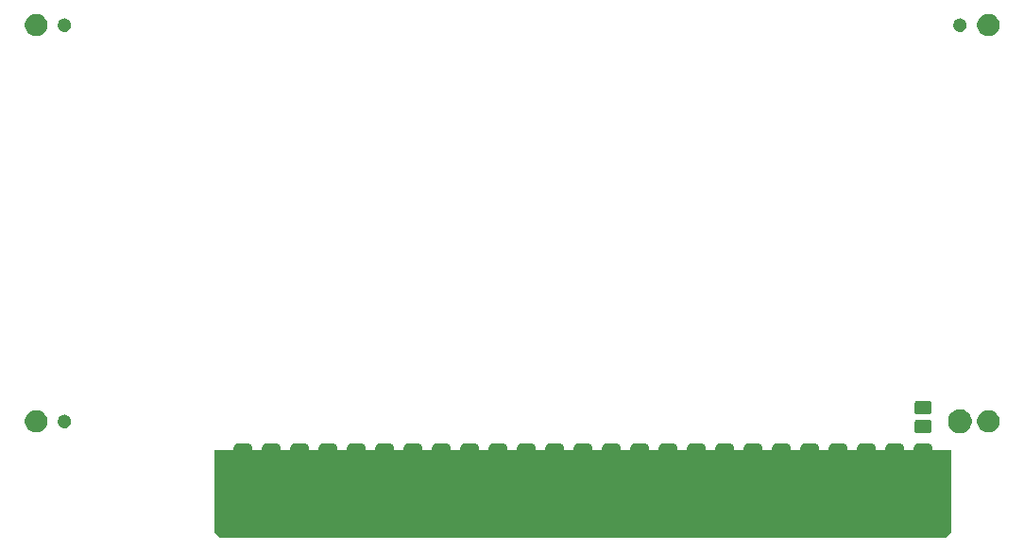
<source format=gts>
G04 #@! TF.GenerationSoftware,KiCad,Pcbnew,(5.1.2-1)-1*
G04 #@! TF.CreationDate,2019-07-21T10:06:24-04:00*
G04 #@! TF.ProjectId,BUSJUMP,4255534a-554d-4502-9e6b-696361645f70,rev?*
G04 #@! TF.SameCoordinates,Original*
G04 #@! TF.FileFunction,Soldermask,Top*
G04 #@! TF.FilePolarity,Negative*
%FSLAX46Y46*%
G04 Gerber Fmt 4.6, Leading zero omitted, Abs format (unit mm)*
G04 Created by KiCad (PCBNEW (5.1.2-1)-1) date 2019-07-21 10:06:24*
%MOMM*%
%LPD*%
G04 APERTURE LIST*
%ADD10C,0.100000*%
G04 APERTURE END LIST*
D10*
G36*
X114300000Y-139446000D02*
G01*
X113792000Y-139954000D01*
X48768000Y-139954000D01*
X48260000Y-139446000D01*
X48260000Y-132080000D01*
X114300000Y-132080000D01*
X114300000Y-139446000D01*
G37*
G36*
X112286355Y-131543544D02*
G01*
X112358967Y-131565570D01*
X112425881Y-131601336D01*
X112484531Y-131649469D01*
X112532664Y-131708119D01*
X112568430Y-131775033D01*
X112590456Y-131847645D01*
X112598200Y-131926267D01*
X112598200Y-138837733D01*
X112590456Y-138916355D01*
X112568430Y-138988967D01*
X112532664Y-139055881D01*
X112484531Y-139114531D01*
X112425881Y-139162664D01*
X112358967Y-139198430D01*
X112286355Y-139220456D01*
X112207733Y-139228200D01*
X111312267Y-139228200D01*
X111233645Y-139220456D01*
X111161033Y-139198430D01*
X111094119Y-139162664D01*
X111035469Y-139114531D01*
X110987336Y-139055881D01*
X110951570Y-138988967D01*
X110929544Y-138916355D01*
X110921800Y-138837733D01*
X110921800Y-131926267D01*
X110929544Y-131847645D01*
X110951570Y-131775033D01*
X110987336Y-131708119D01*
X111035469Y-131649469D01*
X111094119Y-131601336D01*
X111161033Y-131565570D01*
X111233645Y-131543544D01*
X111312267Y-131535800D01*
X112207733Y-131535800D01*
X112286355Y-131543544D01*
X112286355Y-131543544D01*
G37*
G36*
X109746355Y-131543544D02*
G01*
X109818967Y-131565570D01*
X109885881Y-131601336D01*
X109944531Y-131649469D01*
X109992664Y-131708119D01*
X110028430Y-131775033D01*
X110050456Y-131847645D01*
X110058200Y-131926267D01*
X110058200Y-138837733D01*
X110050456Y-138916355D01*
X110028430Y-138988967D01*
X109992664Y-139055881D01*
X109944531Y-139114531D01*
X109885881Y-139162664D01*
X109818967Y-139198430D01*
X109746355Y-139220456D01*
X109667733Y-139228200D01*
X108772267Y-139228200D01*
X108693645Y-139220456D01*
X108621033Y-139198430D01*
X108554119Y-139162664D01*
X108495469Y-139114531D01*
X108447336Y-139055881D01*
X108411570Y-138988967D01*
X108389544Y-138916355D01*
X108381800Y-138837733D01*
X108381800Y-131926267D01*
X108389544Y-131847645D01*
X108411570Y-131775033D01*
X108447336Y-131708119D01*
X108495469Y-131649469D01*
X108554119Y-131601336D01*
X108621033Y-131565570D01*
X108693645Y-131543544D01*
X108772267Y-131535800D01*
X109667733Y-131535800D01*
X109746355Y-131543544D01*
X109746355Y-131543544D01*
G37*
G36*
X107206355Y-131543544D02*
G01*
X107278967Y-131565570D01*
X107345881Y-131601336D01*
X107404531Y-131649469D01*
X107452664Y-131708119D01*
X107488430Y-131775033D01*
X107510456Y-131847645D01*
X107518200Y-131926267D01*
X107518200Y-138837733D01*
X107510456Y-138916355D01*
X107488430Y-138988967D01*
X107452664Y-139055881D01*
X107404531Y-139114531D01*
X107345881Y-139162664D01*
X107278967Y-139198430D01*
X107206355Y-139220456D01*
X107127733Y-139228200D01*
X106232267Y-139228200D01*
X106153645Y-139220456D01*
X106081033Y-139198430D01*
X106014119Y-139162664D01*
X105955469Y-139114531D01*
X105907336Y-139055881D01*
X105871570Y-138988967D01*
X105849544Y-138916355D01*
X105841800Y-138837733D01*
X105841800Y-131926267D01*
X105849544Y-131847645D01*
X105871570Y-131775033D01*
X105907336Y-131708119D01*
X105955469Y-131649469D01*
X106014119Y-131601336D01*
X106081033Y-131565570D01*
X106153645Y-131543544D01*
X106232267Y-131535800D01*
X107127733Y-131535800D01*
X107206355Y-131543544D01*
X107206355Y-131543544D01*
G37*
G36*
X104666355Y-131543544D02*
G01*
X104738967Y-131565570D01*
X104805881Y-131601336D01*
X104864531Y-131649469D01*
X104912664Y-131708119D01*
X104948430Y-131775033D01*
X104970456Y-131847645D01*
X104978200Y-131926267D01*
X104978200Y-138837733D01*
X104970456Y-138916355D01*
X104948430Y-138988967D01*
X104912664Y-139055881D01*
X104864531Y-139114531D01*
X104805881Y-139162664D01*
X104738967Y-139198430D01*
X104666355Y-139220456D01*
X104587733Y-139228200D01*
X103692267Y-139228200D01*
X103613645Y-139220456D01*
X103541033Y-139198430D01*
X103474119Y-139162664D01*
X103415469Y-139114531D01*
X103367336Y-139055881D01*
X103331570Y-138988967D01*
X103309544Y-138916355D01*
X103301800Y-138837733D01*
X103301800Y-131926267D01*
X103309544Y-131847645D01*
X103331570Y-131775033D01*
X103367336Y-131708119D01*
X103415469Y-131649469D01*
X103474119Y-131601336D01*
X103541033Y-131565570D01*
X103613645Y-131543544D01*
X103692267Y-131535800D01*
X104587733Y-131535800D01*
X104666355Y-131543544D01*
X104666355Y-131543544D01*
G37*
G36*
X102126355Y-131543544D02*
G01*
X102198967Y-131565570D01*
X102265881Y-131601336D01*
X102324531Y-131649469D01*
X102372664Y-131708119D01*
X102408430Y-131775033D01*
X102430456Y-131847645D01*
X102438200Y-131926267D01*
X102438200Y-138837733D01*
X102430456Y-138916355D01*
X102408430Y-138988967D01*
X102372664Y-139055881D01*
X102324531Y-139114531D01*
X102265881Y-139162664D01*
X102198967Y-139198430D01*
X102126355Y-139220456D01*
X102047733Y-139228200D01*
X101152267Y-139228200D01*
X101073645Y-139220456D01*
X101001033Y-139198430D01*
X100934119Y-139162664D01*
X100875469Y-139114531D01*
X100827336Y-139055881D01*
X100791570Y-138988967D01*
X100769544Y-138916355D01*
X100761800Y-138837733D01*
X100761800Y-131926267D01*
X100769544Y-131847645D01*
X100791570Y-131775033D01*
X100827336Y-131708119D01*
X100875469Y-131649469D01*
X100934119Y-131601336D01*
X101001033Y-131565570D01*
X101073645Y-131543544D01*
X101152267Y-131535800D01*
X102047733Y-131535800D01*
X102126355Y-131543544D01*
X102126355Y-131543544D01*
G37*
G36*
X99586355Y-131543544D02*
G01*
X99658967Y-131565570D01*
X99725881Y-131601336D01*
X99784531Y-131649469D01*
X99832664Y-131708119D01*
X99868430Y-131775033D01*
X99890456Y-131847645D01*
X99898200Y-131926267D01*
X99898200Y-138837733D01*
X99890456Y-138916355D01*
X99868430Y-138988967D01*
X99832664Y-139055881D01*
X99784531Y-139114531D01*
X99725881Y-139162664D01*
X99658967Y-139198430D01*
X99586355Y-139220456D01*
X99507733Y-139228200D01*
X98612267Y-139228200D01*
X98533645Y-139220456D01*
X98461033Y-139198430D01*
X98394119Y-139162664D01*
X98335469Y-139114531D01*
X98287336Y-139055881D01*
X98251570Y-138988967D01*
X98229544Y-138916355D01*
X98221800Y-138837733D01*
X98221800Y-131926267D01*
X98229544Y-131847645D01*
X98251570Y-131775033D01*
X98287336Y-131708119D01*
X98335469Y-131649469D01*
X98394119Y-131601336D01*
X98461033Y-131565570D01*
X98533645Y-131543544D01*
X98612267Y-131535800D01*
X99507733Y-131535800D01*
X99586355Y-131543544D01*
X99586355Y-131543544D01*
G37*
G36*
X97046355Y-131543544D02*
G01*
X97118967Y-131565570D01*
X97185881Y-131601336D01*
X97244531Y-131649469D01*
X97292664Y-131708119D01*
X97328430Y-131775033D01*
X97350456Y-131847645D01*
X97358200Y-131926267D01*
X97358200Y-138837733D01*
X97350456Y-138916355D01*
X97328430Y-138988967D01*
X97292664Y-139055881D01*
X97244531Y-139114531D01*
X97185881Y-139162664D01*
X97118967Y-139198430D01*
X97046355Y-139220456D01*
X96967733Y-139228200D01*
X96072267Y-139228200D01*
X95993645Y-139220456D01*
X95921033Y-139198430D01*
X95854119Y-139162664D01*
X95795469Y-139114531D01*
X95747336Y-139055881D01*
X95711570Y-138988967D01*
X95689544Y-138916355D01*
X95681800Y-138837733D01*
X95681800Y-131926267D01*
X95689544Y-131847645D01*
X95711570Y-131775033D01*
X95747336Y-131708119D01*
X95795469Y-131649469D01*
X95854119Y-131601336D01*
X95921033Y-131565570D01*
X95993645Y-131543544D01*
X96072267Y-131535800D01*
X96967733Y-131535800D01*
X97046355Y-131543544D01*
X97046355Y-131543544D01*
G37*
G36*
X94506355Y-131543544D02*
G01*
X94578967Y-131565570D01*
X94645881Y-131601336D01*
X94704531Y-131649469D01*
X94752664Y-131708119D01*
X94788430Y-131775033D01*
X94810456Y-131847645D01*
X94818200Y-131926267D01*
X94818200Y-138837733D01*
X94810456Y-138916355D01*
X94788430Y-138988967D01*
X94752664Y-139055881D01*
X94704531Y-139114531D01*
X94645881Y-139162664D01*
X94578967Y-139198430D01*
X94506355Y-139220456D01*
X94427733Y-139228200D01*
X93532267Y-139228200D01*
X93453645Y-139220456D01*
X93381033Y-139198430D01*
X93314119Y-139162664D01*
X93255469Y-139114531D01*
X93207336Y-139055881D01*
X93171570Y-138988967D01*
X93149544Y-138916355D01*
X93141800Y-138837733D01*
X93141800Y-131926267D01*
X93149544Y-131847645D01*
X93171570Y-131775033D01*
X93207336Y-131708119D01*
X93255469Y-131649469D01*
X93314119Y-131601336D01*
X93381033Y-131565570D01*
X93453645Y-131543544D01*
X93532267Y-131535800D01*
X94427733Y-131535800D01*
X94506355Y-131543544D01*
X94506355Y-131543544D01*
G37*
G36*
X91966355Y-131543544D02*
G01*
X92038967Y-131565570D01*
X92105881Y-131601336D01*
X92164531Y-131649469D01*
X92212664Y-131708119D01*
X92248430Y-131775033D01*
X92270456Y-131847645D01*
X92278200Y-131926267D01*
X92278200Y-138837733D01*
X92270456Y-138916355D01*
X92248430Y-138988967D01*
X92212664Y-139055881D01*
X92164531Y-139114531D01*
X92105881Y-139162664D01*
X92038967Y-139198430D01*
X91966355Y-139220456D01*
X91887733Y-139228200D01*
X90992267Y-139228200D01*
X90913645Y-139220456D01*
X90841033Y-139198430D01*
X90774119Y-139162664D01*
X90715469Y-139114531D01*
X90667336Y-139055881D01*
X90631570Y-138988967D01*
X90609544Y-138916355D01*
X90601800Y-138837733D01*
X90601800Y-131926267D01*
X90609544Y-131847645D01*
X90631570Y-131775033D01*
X90667336Y-131708119D01*
X90715469Y-131649469D01*
X90774119Y-131601336D01*
X90841033Y-131565570D01*
X90913645Y-131543544D01*
X90992267Y-131535800D01*
X91887733Y-131535800D01*
X91966355Y-131543544D01*
X91966355Y-131543544D01*
G37*
G36*
X89426355Y-131543544D02*
G01*
X89498967Y-131565570D01*
X89565881Y-131601336D01*
X89624531Y-131649469D01*
X89672664Y-131708119D01*
X89708430Y-131775033D01*
X89730456Y-131847645D01*
X89738200Y-131926267D01*
X89738200Y-138837733D01*
X89730456Y-138916355D01*
X89708430Y-138988967D01*
X89672664Y-139055881D01*
X89624531Y-139114531D01*
X89565881Y-139162664D01*
X89498967Y-139198430D01*
X89426355Y-139220456D01*
X89347733Y-139228200D01*
X88452267Y-139228200D01*
X88373645Y-139220456D01*
X88301033Y-139198430D01*
X88234119Y-139162664D01*
X88175469Y-139114531D01*
X88127336Y-139055881D01*
X88091570Y-138988967D01*
X88069544Y-138916355D01*
X88061800Y-138837733D01*
X88061800Y-131926267D01*
X88069544Y-131847645D01*
X88091570Y-131775033D01*
X88127336Y-131708119D01*
X88175469Y-131649469D01*
X88234119Y-131601336D01*
X88301033Y-131565570D01*
X88373645Y-131543544D01*
X88452267Y-131535800D01*
X89347733Y-131535800D01*
X89426355Y-131543544D01*
X89426355Y-131543544D01*
G37*
G36*
X86886355Y-131543544D02*
G01*
X86958967Y-131565570D01*
X87025881Y-131601336D01*
X87084531Y-131649469D01*
X87132664Y-131708119D01*
X87168430Y-131775033D01*
X87190456Y-131847645D01*
X87198200Y-131926267D01*
X87198200Y-138837733D01*
X87190456Y-138916355D01*
X87168430Y-138988967D01*
X87132664Y-139055881D01*
X87084531Y-139114531D01*
X87025881Y-139162664D01*
X86958967Y-139198430D01*
X86886355Y-139220456D01*
X86807733Y-139228200D01*
X85912267Y-139228200D01*
X85833645Y-139220456D01*
X85761033Y-139198430D01*
X85694119Y-139162664D01*
X85635469Y-139114531D01*
X85587336Y-139055881D01*
X85551570Y-138988967D01*
X85529544Y-138916355D01*
X85521800Y-138837733D01*
X85521800Y-131926267D01*
X85529544Y-131847645D01*
X85551570Y-131775033D01*
X85587336Y-131708119D01*
X85635469Y-131649469D01*
X85694119Y-131601336D01*
X85761033Y-131565570D01*
X85833645Y-131543544D01*
X85912267Y-131535800D01*
X86807733Y-131535800D01*
X86886355Y-131543544D01*
X86886355Y-131543544D01*
G37*
G36*
X84346355Y-131543544D02*
G01*
X84418967Y-131565570D01*
X84485881Y-131601336D01*
X84544531Y-131649469D01*
X84592664Y-131708119D01*
X84628430Y-131775033D01*
X84650456Y-131847645D01*
X84658200Y-131926267D01*
X84658200Y-138837733D01*
X84650456Y-138916355D01*
X84628430Y-138988967D01*
X84592664Y-139055881D01*
X84544531Y-139114531D01*
X84485881Y-139162664D01*
X84418967Y-139198430D01*
X84346355Y-139220456D01*
X84267733Y-139228200D01*
X83372267Y-139228200D01*
X83293645Y-139220456D01*
X83221033Y-139198430D01*
X83154119Y-139162664D01*
X83095469Y-139114531D01*
X83047336Y-139055881D01*
X83011570Y-138988967D01*
X82989544Y-138916355D01*
X82981800Y-138837733D01*
X82981800Y-131926267D01*
X82989544Y-131847645D01*
X83011570Y-131775033D01*
X83047336Y-131708119D01*
X83095469Y-131649469D01*
X83154119Y-131601336D01*
X83221033Y-131565570D01*
X83293645Y-131543544D01*
X83372267Y-131535800D01*
X84267733Y-131535800D01*
X84346355Y-131543544D01*
X84346355Y-131543544D01*
G37*
G36*
X81806355Y-131543544D02*
G01*
X81878967Y-131565570D01*
X81945881Y-131601336D01*
X82004531Y-131649469D01*
X82052664Y-131708119D01*
X82088430Y-131775033D01*
X82110456Y-131847645D01*
X82118200Y-131926267D01*
X82118200Y-138837733D01*
X82110456Y-138916355D01*
X82088430Y-138988967D01*
X82052664Y-139055881D01*
X82004531Y-139114531D01*
X81945881Y-139162664D01*
X81878967Y-139198430D01*
X81806355Y-139220456D01*
X81727733Y-139228200D01*
X80832267Y-139228200D01*
X80753645Y-139220456D01*
X80681033Y-139198430D01*
X80614119Y-139162664D01*
X80555469Y-139114531D01*
X80507336Y-139055881D01*
X80471570Y-138988967D01*
X80449544Y-138916355D01*
X80441800Y-138837733D01*
X80441800Y-131926267D01*
X80449544Y-131847645D01*
X80471570Y-131775033D01*
X80507336Y-131708119D01*
X80555469Y-131649469D01*
X80614119Y-131601336D01*
X80681033Y-131565570D01*
X80753645Y-131543544D01*
X80832267Y-131535800D01*
X81727733Y-131535800D01*
X81806355Y-131543544D01*
X81806355Y-131543544D01*
G37*
G36*
X79266355Y-131543544D02*
G01*
X79338967Y-131565570D01*
X79405881Y-131601336D01*
X79464531Y-131649469D01*
X79512664Y-131708119D01*
X79548430Y-131775033D01*
X79570456Y-131847645D01*
X79578200Y-131926267D01*
X79578200Y-138837733D01*
X79570456Y-138916355D01*
X79548430Y-138988967D01*
X79512664Y-139055881D01*
X79464531Y-139114531D01*
X79405881Y-139162664D01*
X79338967Y-139198430D01*
X79266355Y-139220456D01*
X79187733Y-139228200D01*
X78292267Y-139228200D01*
X78213645Y-139220456D01*
X78141033Y-139198430D01*
X78074119Y-139162664D01*
X78015469Y-139114531D01*
X77967336Y-139055881D01*
X77931570Y-138988967D01*
X77909544Y-138916355D01*
X77901800Y-138837733D01*
X77901800Y-131926267D01*
X77909544Y-131847645D01*
X77931570Y-131775033D01*
X77967336Y-131708119D01*
X78015469Y-131649469D01*
X78074119Y-131601336D01*
X78141033Y-131565570D01*
X78213645Y-131543544D01*
X78292267Y-131535800D01*
X79187733Y-131535800D01*
X79266355Y-131543544D01*
X79266355Y-131543544D01*
G37*
G36*
X76726355Y-131543544D02*
G01*
X76798967Y-131565570D01*
X76865881Y-131601336D01*
X76924531Y-131649469D01*
X76972664Y-131708119D01*
X77008430Y-131775033D01*
X77030456Y-131847645D01*
X77038200Y-131926267D01*
X77038200Y-138837733D01*
X77030456Y-138916355D01*
X77008430Y-138988967D01*
X76972664Y-139055881D01*
X76924531Y-139114531D01*
X76865881Y-139162664D01*
X76798967Y-139198430D01*
X76726355Y-139220456D01*
X76647733Y-139228200D01*
X75752267Y-139228200D01*
X75673645Y-139220456D01*
X75601033Y-139198430D01*
X75534119Y-139162664D01*
X75475469Y-139114531D01*
X75427336Y-139055881D01*
X75391570Y-138988967D01*
X75369544Y-138916355D01*
X75361800Y-138837733D01*
X75361800Y-131926267D01*
X75369544Y-131847645D01*
X75391570Y-131775033D01*
X75427336Y-131708119D01*
X75475469Y-131649469D01*
X75534119Y-131601336D01*
X75601033Y-131565570D01*
X75673645Y-131543544D01*
X75752267Y-131535800D01*
X76647733Y-131535800D01*
X76726355Y-131543544D01*
X76726355Y-131543544D01*
G37*
G36*
X74186355Y-131543544D02*
G01*
X74258967Y-131565570D01*
X74325881Y-131601336D01*
X74384531Y-131649469D01*
X74432664Y-131708119D01*
X74468430Y-131775033D01*
X74490456Y-131847645D01*
X74498200Y-131926267D01*
X74498200Y-138837733D01*
X74490456Y-138916355D01*
X74468430Y-138988967D01*
X74432664Y-139055881D01*
X74384531Y-139114531D01*
X74325881Y-139162664D01*
X74258967Y-139198430D01*
X74186355Y-139220456D01*
X74107733Y-139228200D01*
X73212267Y-139228200D01*
X73133645Y-139220456D01*
X73061033Y-139198430D01*
X72994119Y-139162664D01*
X72935469Y-139114531D01*
X72887336Y-139055881D01*
X72851570Y-138988967D01*
X72829544Y-138916355D01*
X72821800Y-138837733D01*
X72821800Y-131926267D01*
X72829544Y-131847645D01*
X72851570Y-131775033D01*
X72887336Y-131708119D01*
X72935469Y-131649469D01*
X72994119Y-131601336D01*
X73061033Y-131565570D01*
X73133645Y-131543544D01*
X73212267Y-131535800D01*
X74107733Y-131535800D01*
X74186355Y-131543544D01*
X74186355Y-131543544D01*
G37*
G36*
X71646355Y-131543544D02*
G01*
X71718967Y-131565570D01*
X71785881Y-131601336D01*
X71844531Y-131649469D01*
X71892664Y-131708119D01*
X71928430Y-131775033D01*
X71950456Y-131847645D01*
X71958200Y-131926267D01*
X71958200Y-138837733D01*
X71950456Y-138916355D01*
X71928430Y-138988967D01*
X71892664Y-139055881D01*
X71844531Y-139114531D01*
X71785881Y-139162664D01*
X71718967Y-139198430D01*
X71646355Y-139220456D01*
X71567733Y-139228200D01*
X70672267Y-139228200D01*
X70593645Y-139220456D01*
X70521033Y-139198430D01*
X70454119Y-139162664D01*
X70395469Y-139114531D01*
X70347336Y-139055881D01*
X70311570Y-138988967D01*
X70289544Y-138916355D01*
X70281800Y-138837733D01*
X70281800Y-131926267D01*
X70289544Y-131847645D01*
X70311570Y-131775033D01*
X70347336Y-131708119D01*
X70395469Y-131649469D01*
X70454119Y-131601336D01*
X70521033Y-131565570D01*
X70593645Y-131543544D01*
X70672267Y-131535800D01*
X71567733Y-131535800D01*
X71646355Y-131543544D01*
X71646355Y-131543544D01*
G37*
G36*
X69106355Y-131543544D02*
G01*
X69178967Y-131565570D01*
X69245881Y-131601336D01*
X69304531Y-131649469D01*
X69352664Y-131708119D01*
X69388430Y-131775033D01*
X69410456Y-131847645D01*
X69418200Y-131926267D01*
X69418200Y-138837733D01*
X69410456Y-138916355D01*
X69388430Y-138988967D01*
X69352664Y-139055881D01*
X69304531Y-139114531D01*
X69245881Y-139162664D01*
X69178967Y-139198430D01*
X69106355Y-139220456D01*
X69027733Y-139228200D01*
X68132267Y-139228200D01*
X68053645Y-139220456D01*
X67981033Y-139198430D01*
X67914119Y-139162664D01*
X67855469Y-139114531D01*
X67807336Y-139055881D01*
X67771570Y-138988967D01*
X67749544Y-138916355D01*
X67741800Y-138837733D01*
X67741800Y-131926267D01*
X67749544Y-131847645D01*
X67771570Y-131775033D01*
X67807336Y-131708119D01*
X67855469Y-131649469D01*
X67914119Y-131601336D01*
X67981033Y-131565570D01*
X68053645Y-131543544D01*
X68132267Y-131535800D01*
X69027733Y-131535800D01*
X69106355Y-131543544D01*
X69106355Y-131543544D01*
G37*
G36*
X66566355Y-131543544D02*
G01*
X66638967Y-131565570D01*
X66705881Y-131601336D01*
X66764531Y-131649469D01*
X66812664Y-131708119D01*
X66848430Y-131775033D01*
X66870456Y-131847645D01*
X66878200Y-131926267D01*
X66878200Y-138837733D01*
X66870456Y-138916355D01*
X66848430Y-138988967D01*
X66812664Y-139055881D01*
X66764531Y-139114531D01*
X66705881Y-139162664D01*
X66638967Y-139198430D01*
X66566355Y-139220456D01*
X66487733Y-139228200D01*
X65592267Y-139228200D01*
X65513645Y-139220456D01*
X65441033Y-139198430D01*
X65374119Y-139162664D01*
X65315469Y-139114531D01*
X65267336Y-139055881D01*
X65231570Y-138988967D01*
X65209544Y-138916355D01*
X65201800Y-138837733D01*
X65201800Y-131926267D01*
X65209544Y-131847645D01*
X65231570Y-131775033D01*
X65267336Y-131708119D01*
X65315469Y-131649469D01*
X65374119Y-131601336D01*
X65441033Y-131565570D01*
X65513645Y-131543544D01*
X65592267Y-131535800D01*
X66487733Y-131535800D01*
X66566355Y-131543544D01*
X66566355Y-131543544D01*
G37*
G36*
X64026355Y-131543544D02*
G01*
X64098967Y-131565570D01*
X64165881Y-131601336D01*
X64224531Y-131649469D01*
X64272664Y-131708119D01*
X64308430Y-131775033D01*
X64330456Y-131847645D01*
X64338200Y-131926267D01*
X64338200Y-138837733D01*
X64330456Y-138916355D01*
X64308430Y-138988967D01*
X64272664Y-139055881D01*
X64224531Y-139114531D01*
X64165881Y-139162664D01*
X64098967Y-139198430D01*
X64026355Y-139220456D01*
X63947733Y-139228200D01*
X63052267Y-139228200D01*
X62973645Y-139220456D01*
X62901033Y-139198430D01*
X62834119Y-139162664D01*
X62775469Y-139114531D01*
X62727336Y-139055881D01*
X62691570Y-138988967D01*
X62669544Y-138916355D01*
X62661800Y-138837733D01*
X62661800Y-131926267D01*
X62669544Y-131847645D01*
X62691570Y-131775033D01*
X62727336Y-131708119D01*
X62775469Y-131649469D01*
X62834119Y-131601336D01*
X62901033Y-131565570D01*
X62973645Y-131543544D01*
X63052267Y-131535800D01*
X63947733Y-131535800D01*
X64026355Y-131543544D01*
X64026355Y-131543544D01*
G37*
G36*
X61486355Y-131543544D02*
G01*
X61558967Y-131565570D01*
X61625881Y-131601336D01*
X61684531Y-131649469D01*
X61732664Y-131708119D01*
X61768430Y-131775033D01*
X61790456Y-131847645D01*
X61798200Y-131926267D01*
X61798200Y-138837733D01*
X61790456Y-138916355D01*
X61768430Y-138988967D01*
X61732664Y-139055881D01*
X61684531Y-139114531D01*
X61625881Y-139162664D01*
X61558967Y-139198430D01*
X61486355Y-139220456D01*
X61407733Y-139228200D01*
X60512267Y-139228200D01*
X60433645Y-139220456D01*
X60361033Y-139198430D01*
X60294119Y-139162664D01*
X60235469Y-139114531D01*
X60187336Y-139055881D01*
X60151570Y-138988967D01*
X60129544Y-138916355D01*
X60121800Y-138837733D01*
X60121800Y-131926267D01*
X60129544Y-131847645D01*
X60151570Y-131775033D01*
X60187336Y-131708119D01*
X60235469Y-131649469D01*
X60294119Y-131601336D01*
X60361033Y-131565570D01*
X60433645Y-131543544D01*
X60512267Y-131535800D01*
X61407733Y-131535800D01*
X61486355Y-131543544D01*
X61486355Y-131543544D01*
G37*
G36*
X58946355Y-131543544D02*
G01*
X59018967Y-131565570D01*
X59085881Y-131601336D01*
X59144531Y-131649469D01*
X59192664Y-131708119D01*
X59228430Y-131775033D01*
X59250456Y-131847645D01*
X59258200Y-131926267D01*
X59258200Y-138837733D01*
X59250456Y-138916355D01*
X59228430Y-138988967D01*
X59192664Y-139055881D01*
X59144531Y-139114531D01*
X59085881Y-139162664D01*
X59018967Y-139198430D01*
X58946355Y-139220456D01*
X58867733Y-139228200D01*
X57972267Y-139228200D01*
X57893645Y-139220456D01*
X57821033Y-139198430D01*
X57754119Y-139162664D01*
X57695469Y-139114531D01*
X57647336Y-139055881D01*
X57611570Y-138988967D01*
X57589544Y-138916355D01*
X57581800Y-138837733D01*
X57581800Y-131926267D01*
X57589544Y-131847645D01*
X57611570Y-131775033D01*
X57647336Y-131708119D01*
X57695469Y-131649469D01*
X57754119Y-131601336D01*
X57821033Y-131565570D01*
X57893645Y-131543544D01*
X57972267Y-131535800D01*
X58867733Y-131535800D01*
X58946355Y-131543544D01*
X58946355Y-131543544D01*
G37*
G36*
X56406355Y-131543544D02*
G01*
X56478967Y-131565570D01*
X56545881Y-131601336D01*
X56604531Y-131649469D01*
X56652664Y-131708119D01*
X56688430Y-131775033D01*
X56710456Y-131847645D01*
X56718200Y-131926267D01*
X56718200Y-138837733D01*
X56710456Y-138916355D01*
X56688430Y-138988967D01*
X56652664Y-139055881D01*
X56604531Y-139114531D01*
X56545881Y-139162664D01*
X56478967Y-139198430D01*
X56406355Y-139220456D01*
X56327733Y-139228200D01*
X55432267Y-139228200D01*
X55353645Y-139220456D01*
X55281033Y-139198430D01*
X55214119Y-139162664D01*
X55155469Y-139114531D01*
X55107336Y-139055881D01*
X55071570Y-138988967D01*
X55049544Y-138916355D01*
X55041800Y-138837733D01*
X55041800Y-131926267D01*
X55049544Y-131847645D01*
X55071570Y-131775033D01*
X55107336Y-131708119D01*
X55155469Y-131649469D01*
X55214119Y-131601336D01*
X55281033Y-131565570D01*
X55353645Y-131543544D01*
X55432267Y-131535800D01*
X56327733Y-131535800D01*
X56406355Y-131543544D01*
X56406355Y-131543544D01*
G37*
G36*
X53866355Y-131543544D02*
G01*
X53938967Y-131565570D01*
X54005881Y-131601336D01*
X54064531Y-131649469D01*
X54112664Y-131708119D01*
X54148430Y-131775033D01*
X54170456Y-131847645D01*
X54178200Y-131926267D01*
X54178200Y-138837733D01*
X54170456Y-138916355D01*
X54148430Y-138988967D01*
X54112664Y-139055881D01*
X54064531Y-139114531D01*
X54005881Y-139162664D01*
X53938967Y-139198430D01*
X53866355Y-139220456D01*
X53787733Y-139228200D01*
X52892267Y-139228200D01*
X52813645Y-139220456D01*
X52741033Y-139198430D01*
X52674119Y-139162664D01*
X52615469Y-139114531D01*
X52567336Y-139055881D01*
X52531570Y-138988967D01*
X52509544Y-138916355D01*
X52501800Y-138837733D01*
X52501800Y-131926267D01*
X52509544Y-131847645D01*
X52531570Y-131775033D01*
X52567336Y-131708119D01*
X52615469Y-131649469D01*
X52674119Y-131601336D01*
X52741033Y-131565570D01*
X52813645Y-131543544D01*
X52892267Y-131535800D01*
X53787733Y-131535800D01*
X53866355Y-131543544D01*
X53866355Y-131543544D01*
G37*
G36*
X51326355Y-131543544D02*
G01*
X51398967Y-131565570D01*
X51465881Y-131601336D01*
X51524531Y-131649469D01*
X51572664Y-131708119D01*
X51608430Y-131775033D01*
X51630456Y-131847645D01*
X51638200Y-131926267D01*
X51638200Y-138837733D01*
X51630456Y-138916355D01*
X51608430Y-138988967D01*
X51572664Y-139055881D01*
X51524531Y-139114531D01*
X51465881Y-139162664D01*
X51398967Y-139198430D01*
X51326355Y-139220456D01*
X51247733Y-139228200D01*
X50352267Y-139228200D01*
X50273645Y-139220456D01*
X50201033Y-139198430D01*
X50134119Y-139162664D01*
X50075469Y-139114531D01*
X50027336Y-139055881D01*
X49991570Y-138988967D01*
X49969544Y-138916355D01*
X49961800Y-138837733D01*
X49961800Y-131926267D01*
X49969544Y-131847645D01*
X49991570Y-131775033D01*
X50027336Y-131708119D01*
X50075469Y-131649469D01*
X50134119Y-131601336D01*
X50201033Y-131565570D01*
X50273645Y-131543544D01*
X50352267Y-131535800D01*
X51247733Y-131535800D01*
X51326355Y-131543544D01*
X51326355Y-131543544D01*
G37*
G36*
X115375914Y-128505157D02*
G01*
X115571777Y-128586286D01*
X115748033Y-128704057D01*
X115897943Y-128853967D01*
X116015714Y-129030223D01*
X116096843Y-129226086D01*
X116138200Y-129434004D01*
X116138200Y-129645996D01*
X116096843Y-129853914D01*
X116015714Y-130049777D01*
X115897943Y-130226033D01*
X115748033Y-130375943D01*
X115571777Y-130493714D01*
X115375914Y-130574843D01*
X115167996Y-130616200D01*
X114956004Y-130616200D01*
X114748086Y-130574843D01*
X114552223Y-130493714D01*
X114375967Y-130375943D01*
X114226057Y-130226033D01*
X114108286Y-130049777D01*
X114027157Y-129853914D01*
X113985800Y-129645996D01*
X113985800Y-129434004D01*
X114027157Y-129226086D01*
X114108286Y-129030223D01*
X114226057Y-128853967D01*
X114375967Y-128704057D01*
X114552223Y-128586286D01*
X114748086Y-128505157D01*
X114956004Y-128463800D01*
X115167996Y-128463800D01*
X115375914Y-128505157D01*
X115375914Y-128505157D01*
G37*
G36*
X112319737Y-129413267D02*
G01*
X112370119Y-129428550D01*
X112416546Y-129453366D01*
X112457239Y-129486761D01*
X112490634Y-129527454D01*
X112515450Y-129573881D01*
X112530733Y-129624263D01*
X112536200Y-129679767D01*
X112536200Y-130338233D01*
X112530733Y-130393737D01*
X112515450Y-130444119D01*
X112490634Y-130490546D01*
X112457239Y-130531239D01*
X112416546Y-130564634D01*
X112370119Y-130589450D01*
X112319737Y-130604733D01*
X112264233Y-130610200D01*
X111255767Y-130610200D01*
X111200263Y-130604733D01*
X111149881Y-130589450D01*
X111103454Y-130564634D01*
X111062761Y-130531239D01*
X111029366Y-130490546D01*
X111004550Y-130444119D01*
X110989267Y-130393737D01*
X110983800Y-130338233D01*
X110983800Y-129679767D01*
X110989267Y-129624263D01*
X111004550Y-129573881D01*
X111029366Y-129527454D01*
X111062761Y-129486761D01*
X111103454Y-129453366D01*
X111149881Y-129428550D01*
X111200263Y-129413267D01*
X111255767Y-129407800D01*
X112264233Y-129407800D01*
X112319737Y-129413267D01*
X112319737Y-129413267D01*
G37*
G36*
X117893692Y-128578429D02*
G01*
X118075679Y-128653811D01*
X118239458Y-128763245D01*
X118239460Y-128763247D01*
X118239463Y-128763249D01*
X118378751Y-128902537D01*
X118378753Y-128902540D01*
X118378755Y-128902542D01*
X118488189Y-129066321D01*
X118563571Y-129248308D01*
X118602000Y-129441509D01*
X118602000Y-129638491D01*
X118563571Y-129831692D01*
X118488189Y-130013679D01*
X118378755Y-130177458D01*
X118378753Y-130177460D01*
X118378751Y-130177463D01*
X118239463Y-130316751D01*
X118239460Y-130316753D01*
X118239458Y-130316755D01*
X118075679Y-130426189D01*
X117893692Y-130501571D01*
X117700491Y-130540000D01*
X117503509Y-130540000D01*
X117310308Y-130501571D01*
X117128321Y-130426189D01*
X116964542Y-130316755D01*
X116964540Y-130316753D01*
X116964537Y-130316751D01*
X116825249Y-130177463D01*
X116825247Y-130177460D01*
X116825245Y-130177458D01*
X116715811Y-130013679D01*
X116640429Y-129831692D01*
X116602000Y-129638491D01*
X116602000Y-129441509D01*
X116640429Y-129248308D01*
X116715811Y-129066321D01*
X116825245Y-128902542D01*
X116825247Y-128902540D01*
X116825249Y-128902537D01*
X116964537Y-128763249D01*
X116964540Y-128763247D01*
X116964542Y-128763245D01*
X117128321Y-128653811D01*
X117310308Y-128578429D01*
X117503509Y-128540000D01*
X117700491Y-128540000D01*
X117893692Y-128578429D01*
X117893692Y-128578429D01*
G37*
G36*
X32549692Y-128578429D02*
G01*
X32731679Y-128653811D01*
X32895458Y-128763245D01*
X32895460Y-128763247D01*
X32895463Y-128763249D01*
X33034751Y-128902537D01*
X33034753Y-128902540D01*
X33034755Y-128902542D01*
X33144189Y-129066321D01*
X33219571Y-129248308D01*
X33258000Y-129441509D01*
X33258000Y-129638491D01*
X33219571Y-129831692D01*
X33144189Y-130013679D01*
X33034755Y-130177458D01*
X33034753Y-130177460D01*
X33034751Y-130177463D01*
X32895463Y-130316751D01*
X32895460Y-130316753D01*
X32895458Y-130316755D01*
X32731679Y-130426189D01*
X32549692Y-130501571D01*
X32356491Y-130540000D01*
X32159509Y-130540000D01*
X31966308Y-130501571D01*
X31784321Y-130426189D01*
X31620542Y-130316755D01*
X31620540Y-130316753D01*
X31620537Y-130316751D01*
X31481249Y-130177463D01*
X31481247Y-130177460D01*
X31481245Y-130177458D01*
X31371811Y-130013679D01*
X31296429Y-129831692D01*
X31258000Y-129638491D01*
X31258000Y-129441509D01*
X31296429Y-129248308D01*
X31371811Y-129066321D01*
X31481245Y-128902542D01*
X31481247Y-128902540D01*
X31481249Y-128902537D01*
X31620537Y-128763249D01*
X31620540Y-128763247D01*
X31620542Y-128763245D01*
X31784321Y-128653811D01*
X31966308Y-128578429D01*
X32159509Y-128540000D01*
X32356491Y-128540000D01*
X32549692Y-128578429D01*
X32549692Y-128578429D01*
G37*
G36*
X34915853Y-128947499D02*
G01*
X35029185Y-128981877D01*
X35133624Y-129037701D01*
X35225169Y-129112831D01*
X35300299Y-129204376D01*
X35356123Y-129308815D01*
X35390501Y-129422147D01*
X35402109Y-129540000D01*
X35390501Y-129657853D01*
X35356123Y-129771185D01*
X35300299Y-129875624D01*
X35225169Y-129967169D01*
X35133624Y-130042299D01*
X35029185Y-130098123D01*
X34915853Y-130132501D01*
X34827535Y-130141200D01*
X34768465Y-130141200D01*
X34680147Y-130132501D01*
X34566815Y-130098123D01*
X34462376Y-130042299D01*
X34370831Y-129967169D01*
X34295701Y-129875624D01*
X34239877Y-129771185D01*
X34205499Y-129657853D01*
X34193891Y-129540000D01*
X34205499Y-129422147D01*
X34239877Y-129308815D01*
X34295701Y-129204376D01*
X34370831Y-129112831D01*
X34462376Y-129037701D01*
X34566815Y-128981877D01*
X34680147Y-128947499D01*
X34768465Y-128938800D01*
X34827535Y-128938800D01*
X34915853Y-128947499D01*
X34915853Y-128947499D01*
G37*
G36*
X112319737Y-127713267D02*
G01*
X112370119Y-127728550D01*
X112416546Y-127753366D01*
X112457239Y-127786761D01*
X112490634Y-127827454D01*
X112515450Y-127873881D01*
X112530733Y-127924263D01*
X112536200Y-127979767D01*
X112536200Y-128638233D01*
X112530733Y-128693737D01*
X112515450Y-128744119D01*
X112490634Y-128790546D01*
X112457239Y-128831239D01*
X112416546Y-128864634D01*
X112370119Y-128889450D01*
X112319737Y-128904733D01*
X112264233Y-128910200D01*
X111255767Y-128910200D01*
X111200263Y-128904733D01*
X111149881Y-128889450D01*
X111103454Y-128864634D01*
X111062761Y-128831239D01*
X111029366Y-128790546D01*
X111004550Y-128744119D01*
X110989267Y-128693737D01*
X110983800Y-128638233D01*
X110983800Y-127979767D01*
X110989267Y-127924263D01*
X111004550Y-127873881D01*
X111029366Y-127827454D01*
X111062761Y-127786761D01*
X111103454Y-127753366D01*
X111149881Y-127728550D01*
X111200263Y-127713267D01*
X111255767Y-127707800D01*
X112264233Y-127707800D01*
X112319737Y-127713267D01*
X112319737Y-127713267D01*
G37*
G36*
X32549692Y-93018429D02*
G01*
X32731679Y-93093811D01*
X32895458Y-93203245D01*
X32895460Y-93203247D01*
X32895463Y-93203249D01*
X33034751Y-93342537D01*
X33034753Y-93342540D01*
X33034755Y-93342542D01*
X33144189Y-93506321D01*
X33219571Y-93688308D01*
X33258000Y-93881509D01*
X33258000Y-94078491D01*
X33219571Y-94271692D01*
X33144189Y-94453679D01*
X33034755Y-94617458D01*
X33034753Y-94617460D01*
X33034751Y-94617463D01*
X32895463Y-94756751D01*
X32895460Y-94756753D01*
X32895458Y-94756755D01*
X32731679Y-94866189D01*
X32549692Y-94941571D01*
X32356491Y-94980000D01*
X32159509Y-94980000D01*
X31966308Y-94941571D01*
X31784321Y-94866189D01*
X31620542Y-94756755D01*
X31620540Y-94756753D01*
X31620537Y-94756751D01*
X31481249Y-94617463D01*
X31481247Y-94617460D01*
X31481245Y-94617458D01*
X31371811Y-94453679D01*
X31296429Y-94271692D01*
X31258000Y-94078491D01*
X31258000Y-93881509D01*
X31296429Y-93688308D01*
X31371811Y-93506321D01*
X31481245Y-93342542D01*
X31481247Y-93342540D01*
X31481249Y-93342537D01*
X31620537Y-93203249D01*
X31620540Y-93203247D01*
X31620542Y-93203245D01*
X31784321Y-93093811D01*
X31966308Y-93018429D01*
X32159509Y-92980000D01*
X32356491Y-92980000D01*
X32549692Y-93018429D01*
X32549692Y-93018429D01*
G37*
G36*
X117893692Y-93018429D02*
G01*
X118075679Y-93093811D01*
X118239458Y-93203245D01*
X118239460Y-93203247D01*
X118239463Y-93203249D01*
X118378751Y-93342537D01*
X118378753Y-93342540D01*
X118378755Y-93342542D01*
X118488189Y-93506321D01*
X118563571Y-93688308D01*
X118602000Y-93881509D01*
X118602000Y-94078491D01*
X118563571Y-94271692D01*
X118488189Y-94453679D01*
X118378755Y-94617458D01*
X118378753Y-94617460D01*
X118378751Y-94617463D01*
X118239463Y-94756751D01*
X118239460Y-94756753D01*
X118239458Y-94756755D01*
X118075679Y-94866189D01*
X117893692Y-94941571D01*
X117700491Y-94980000D01*
X117503509Y-94980000D01*
X117310308Y-94941571D01*
X117128321Y-94866189D01*
X116964542Y-94756755D01*
X116964540Y-94756753D01*
X116964537Y-94756751D01*
X116825249Y-94617463D01*
X116825247Y-94617460D01*
X116825245Y-94617458D01*
X116715811Y-94453679D01*
X116640429Y-94271692D01*
X116602000Y-94078491D01*
X116602000Y-93881509D01*
X116640429Y-93688308D01*
X116715811Y-93506321D01*
X116825245Y-93342542D01*
X116825247Y-93342540D01*
X116825249Y-93342537D01*
X116964537Y-93203249D01*
X116964540Y-93203247D01*
X116964542Y-93203245D01*
X117128321Y-93093811D01*
X117310308Y-93018429D01*
X117503509Y-92980000D01*
X117700491Y-92980000D01*
X117893692Y-93018429D01*
X117893692Y-93018429D01*
G37*
G36*
X34915853Y-93387499D02*
G01*
X35029185Y-93421877D01*
X35133624Y-93477701D01*
X35225169Y-93552831D01*
X35300299Y-93644376D01*
X35356123Y-93748815D01*
X35390501Y-93862147D01*
X35402109Y-93980000D01*
X35390501Y-94097853D01*
X35356123Y-94211185D01*
X35300299Y-94315624D01*
X35225169Y-94407169D01*
X35133624Y-94482299D01*
X35029185Y-94538123D01*
X34915853Y-94572501D01*
X34827535Y-94581200D01*
X34768465Y-94581200D01*
X34680147Y-94572501D01*
X34566815Y-94538123D01*
X34462376Y-94482299D01*
X34370831Y-94407169D01*
X34295701Y-94315624D01*
X34239877Y-94211185D01*
X34205499Y-94097853D01*
X34193891Y-93980000D01*
X34205499Y-93862147D01*
X34239877Y-93748815D01*
X34295701Y-93644376D01*
X34370831Y-93552831D01*
X34462376Y-93477701D01*
X34566815Y-93421877D01*
X34680147Y-93387499D01*
X34768465Y-93378800D01*
X34827535Y-93378800D01*
X34915853Y-93387499D01*
X34915853Y-93387499D01*
G37*
G36*
X115179853Y-93387499D02*
G01*
X115293185Y-93421877D01*
X115397624Y-93477701D01*
X115489169Y-93552831D01*
X115564299Y-93644376D01*
X115620123Y-93748815D01*
X115654501Y-93862147D01*
X115666109Y-93980000D01*
X115654501Y-94097853D01*
X115620123Y-94211185D01*
X115564299Y-94315624D01*
X115489169Y-94407169D01*
X115397624Y-94482299D01*
X115293185Y-94538123D01*
X115179853Y-94572501D01*
X115091535Y-94581200D01*
X115032465Y-94581200D01*
X114944147Y-94572501D01*
X114830815Y-94538123D01*
X114726376Y-94482299D01*
X114634831Y-94407169D01*
X114559701Y-94315624D01*
X114503877Y-94211185D01*
X114469499Y-94097853D01*
X114457891Y-93980000D01*
X114469499Y-93862147D01*
X114503877Y-93748815D01*
X114559701Y-93644376D01*
X114634831Y-93552831D01*
X114726376Y-93477701D01*
X114830815Y-93421877D01*
X114944147Y-93387499D01*
X115032465Y-93378800D01*
X115091535Y-93378800D01*
X115179853Y-93387499D01*
X115179853Y-93387499D01*
G37*
M02*

</source>
